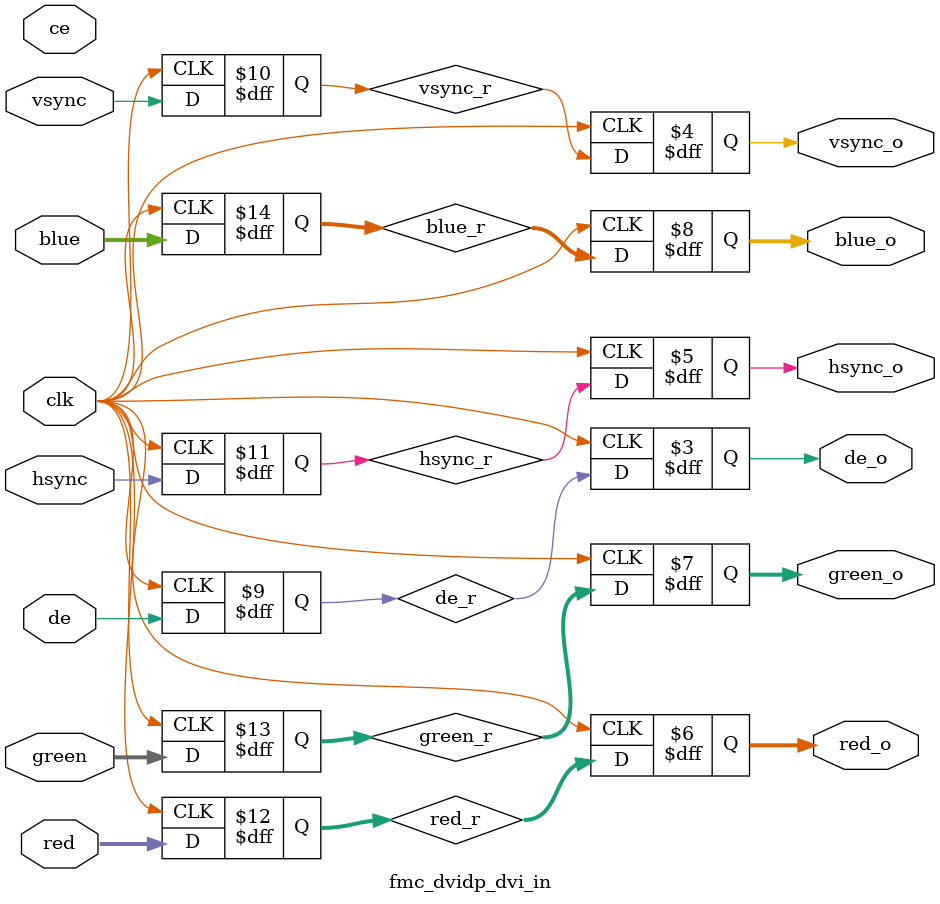
<source format=v>

module fmc_dvidp_dvi_in(
    input clk,
    input ce,
    input de,
    input vsync,
    input hsync,
    input[7:0] red,
    input[7:0] green,
    input[7:0] blue,
    output reg de_o,
    output reg vsync_o,
    output reg hsync_o,
    output reg [7:0] red_o,
    output reg [7:0] green_o,
    output reg [7:0] blue_o
);


reg  de_r;
reg  vsync_r;
reg  hsync_r;
reg [7:0] red_r;
reg [7:0] green_r;
reg [7:0] blue_r;

  always @(posedge clk) begin
    de_r <= de;
    vsync_r <= vsync;
    hsync_r <= hsync;
    red_r <= red;
    green_r <= green;
    blue_r <= blue;
  end

  always @(posedge clk) begin
    de_o <= de_r;
    vsync_o <= vsync_r;
    hsync_o <= hsync_r;
    red_o <= red_r;
    green_o <= green_r;
    blue_o <= blue_r;
  end


endmodule

</source>
